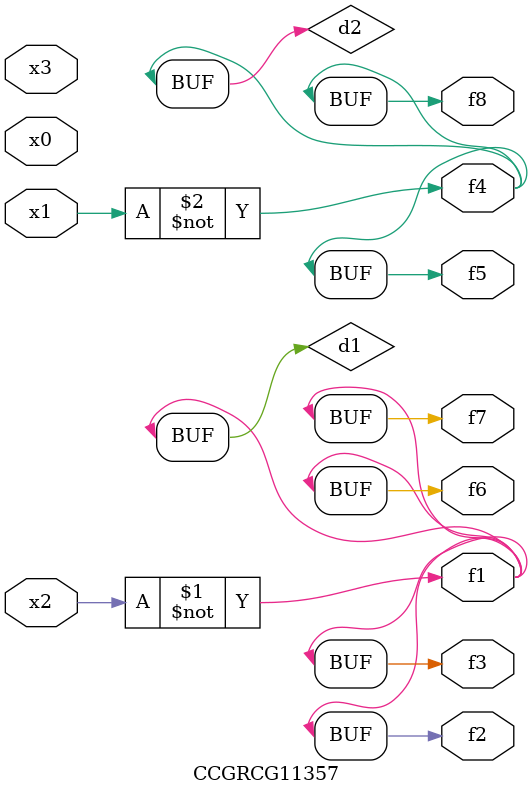
<source format=v>
module CCGRCG11357(
	input x0, x1, x2, x3,
	output f1, f2, f3, f4, f5, f6, f7, f8
);

	wire d1, d2;

	xnor (d1, x2);
	not (d2, x1);
	assign f1 = d1;
	assign f2 = d1;
	assign f3 = d1;
	assign f4 = d2;
	assign f5 = d2;
	assign f6 = d1;
	assign f7 = d1;
	assign f8 = d2;
endmodule

</source>
